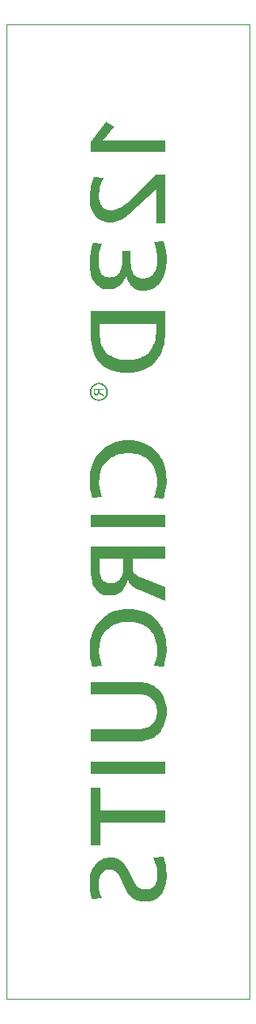
<source format=gbo>
G75*
G71*
%OFA0B0*%
%FSLAX23Y23*%
%IPPOS*%
%LPD*%
%ADD10C,0.1*%
%LPD*%D10*
X0Y0D02*
X0Y100D01*
X0Y200D01*
X0Y300D01*
X0Y400D01*
X0Y500D01*
X0Y600D01*
X0Y700D01*
X0Y800D01*
X0Y900D01*
X0Y1000D01*
X0Y1100D01*
X0Y1200D01*
X0Y1300D01*
X0Y1400D01*
X0Y1500D01*
X0Y1600D01*
X0Y1700D01*
X0Y1800D01*
X0Y1900D01*
X0Y2000D01*
X0Y2100D01*
X0Y2200D01*
X0Y2300D01*
X0Y2400D01*
X0Y2500D01*
X0Y2600D01*
X0Y2700D01*
X0Y2800D01*
X0Y2900D01*
X0Y3000D01*
X0Y3100D01*
X0Y3200D01*
X0Y3300D01*
X0Y3400D01*
X0Y3500D01*
X0Y3600D01*
X0Y3700D01*
X0Y3800D01*
X0Y3900D01*
X0Y4000D01*
X0Y4100D01*
X0Y4200D01*
X0Y4300D01*
X0Y4400D01*
X0Y4500D01*
X0Y4600D01*
X0Y4700D01*
X0Y4800D01*
X0Y4900D01*
X0Y5000D01*
X0Y5100D01*
X0Y5200D01*
X0Y5300D01*
X0Y5400D01*
X0Y5500D01*
X0Y5600D01*
X0Y5700D01*
X0Y5800D01*
X0Y5900D01*
X0Y6000D01*
X0Y6100D01*
X0Y6200D01*
X0Y6300D01*
X0Y6400D01*
X0Y6500D01*
X0Y6600D01*
X0Y6700D01*
X0Y6800D01*
X0Y6900D01*
X0Y7000D01*
X0Y7100D01*
X0Y7200D01*
X0Y7300D01*
X0Y7400D01*
X0Y7500D01*
X0Y7600D01*
X0Y7700D01*
X0Y7800D01*
X0Y7900D01*
X0Y8000D01*
X0Y8100D01*
X0Y8200D01*
X0Y8300D01*
X0Y8400D01*
X0Y8500D01*
X0Y8600D01*
X0Y8700D01*
X0Y8800D01*
X0Y8900D01*
X0Y9000D01*
X0Y9100D01*
X0Y9200D01*
X0Y9300D01*
X0Y9400D01*
X0Y9500D01*
X0Y9600D01*
X0Y9700D01*
X0Y9800D01*
X0Y9900D01*
X0Y10000D01*
X0Y10100D01*
X0Y10200D01*
X0Y10300D01*
X0Y10400D01*
X0Y10500D01*
X0Y10600D01*
X0Y10700D01*
X0Y10800D01*
X0Y10900D01*
X0Y11000D01*
X0Y11100D01*
X0Y11200D01*
X0Y11300D01*
X0Y11400D01*
X0Y11500D01*
X0Y11600D01*
X0Y11700D01*
X0Y11800D01*
X0Y11900D01*
X0Y12000D01*
X0Y12100D01*
X0Y12200D01*
X0Y12300D01*
X0Y12400D01*
X0Y12500D01*
X0Y12600D01*
X0Y12700D01*
X0Y12800D01*
X0Y12900D01*
X0Y13000D01*
X0Y13100D01*
X0Y13200D01*
X0Y13300D01*
X0Y13400D01*
X0Y13500D01*
X0Y13600D01*
X0Y13700D01*
X0Y13800D01*
X0Y13900D01*
X0Y14000D01*
X0Y14100D01*
X0Y14200D01*
X0Y14300D01*
X0Y14400D01*
X0Y14500D01*
X0Y14600D01*
X0Y14700D01*
X0Y14800D01*
X0Y14900D01*
X0Y15000D01*
X0Y15100D01*
X0Y15200D01*
X0Y15300D01*
X0Y15400D01*
X0Y15500D01*
X0Y15600D01*
X0Y15700D01*
X0Y15800D01*
X0Y15900D01*
X0Y16000D01*
X0Y16100D01*
X0Y16200D01*
X0Y16300D01*
X0Y16400D01*
X0Y16500D01*
X0Y16600D01*
X0Y16700D01*
X0Y16800D01*
X0Y16900D01*
X0Y17000D01*
X0Y17100D01*
X0Y17200D01*
X0Y17300D01*
X0Y17400D01*
X0Y17500D01*
X0Y17600D01*
X0Y17700D01*
X0Y17800D01*
X0Y17900D01*
X0Y18000D01*
X0Y18100D01*
X0Y18200D01*
X0Y18300D01*
X0Y18400D01*
X0Y18500D01*
X0Y18600D01*
X0Y18700D01*
X0Y18800D01*
X0Y18900D01*
X0Y19000D01*
X0Y19100D01*
X0Y19200D01*
X0Y19300D01*
X0Y19400D01*
X0Y19500D01*
X0Y19600D01*
X0Y19700D01*
X0Y19800D01*
X0Y19900D01*
X0Y20000D01*
X0Y20100D01*
X0Y20200D01*
X0Y20300D01*
X0Y20400D01*
X0Y20500D01*
X0Y20600D01*
X0Y20700D01*
X0Y20800D01*
X0Y20900D01*
X0Y21000D01*
X0Y21100D01*
X0Y21200D01*
X0Y21300D01*
X0Y21400D01*
X0Y21500D01*
X0Y21600D01*
X0Y21700D01*
X0Y21800D01*
X0Y21900D01*
X0Y22000D01*
X0Y22100D01*
X0Y22200D01*
X0Y22300D01*
X0Y22400D01*
X0Y22500D01*
X0Y22600D01*
X0Y22700D01*
X0Y22800D01*
X0Y22900D01*
X0Y23000D01*
X0Y23100D01*
X0Y23200D01*
X0Y23300D01*
X0Y23400D01*
X0Y23500D01*
X0Y23600D01*
X0Y23700D01*
X0Y23800D01*
X0Y23900D01*
X0Y24000D01*
X0Y24100D01*
X0Y24200D01*
X0Y24300D01*
X0Y24400D01*
X0Y24500D01*
X0Y24600D01*
X0Y24700D01*
X0Y24800D01*
X0Y24900D01*
X0Y25000D01*
X0Y25100D01*
X0Y25200D01*
X0Y25300D01*
X0Y25400D01*
X0Y25500D01*
X0Y25600D01*
X0Y25700D01*
X0Y25800D01*
X0Y25900D01*
X0Y26000D01*
X0Y26100D01*
X0Y26200D01*
X0Y26300D01*
X0Y26400D01*
X0Y26500D01*
X0Y26600D01*
X0Y26700D01*
X0Y26800D01*
X0Y26900D01*
X0Y27000D01*
X0Y27100D01*
X0Y27200D01*
X0Y27300D01*
X0Y27400D01*
X0Y27500D01*
X0Y27600D01*
X0Y27700D01*
X0Y27800D01*
X0Y27900D01*
X0Y28000D01*
X0Y28100D01*
X0Y28200D01*
X0Y28300D01*
X0Y28400D01*
X0Y28500D01*
X0Y28600D01*
X0Y28700D01*
X0Y28800D01*
X0Y28900D01*
X0Y29000D01*
X0Y29100D01*
X0Y29200D01*
X0Y29300D01*
X0Y29400D01*
X0Y29500D01*
X0Y29600D01*
X0Y29700D01*
X0Y29800D01*
X0Y29900D01*
X0Y30000D01*
X0Y30100D01*
X0Y30200D01*
X0Y30300D01*
X0Y30400D01*
X0Y30500D01*
X0Y30600D01*
X0Y30700D01*
X0Y30800D01*
X0Y30900D01*
X0Y31000D01*
X0Y31100D01*
X0Y31200D01*
X0Y31300D01*
X0Y31400D01*
X0Y31500D01*
X0Y31600D01*
X0Y31700D01*
X0Y31800D01*
X0Y31900D01*
X0Y32000D01*
X0Y32100D01*
X0Y32200D01*
X0Y32300D01*
X0Y32400D01*
X0Y32500D01*
X0Y32600D01*
X0Y32700D01*
X0Y32800D01*
X0Y32900D01*
X0Y33000D01*
X0Y33100D01*
X0Y33200D01*
X0Y33300D01*
X0Y33400D01*
X0Y33500D01*
X0Y33600D01*
X0Y33700D01*
X0Y33800D01*
X0Y33900D01*
X0Y34000D01*
X0Y34100D01*
X0Y34200D01*
X0Y34300D01*
X0Y34400D01*
X0Y34500D01*
X0Y34600D01*
X0Y34700D01*
X0Y34800D01*
X0Y34900D01*
X0Y35000D01*
X0Y35100D01*
X0Y35200D01*
X0Y35300D01*
X0Y35400D01*
X0Y35500D01*
X0Y35600D01*
X0Y35700D01*
X0Y35800D01*
X0Y35900D01*
X0Y36000D01*
X0Y36100D01*
X0Y36200D01*
X0Y36300D01*
X0Y36400D01*
X0Y36500D01*
X0Y36600D01*
X0Y36700D01*
X0Y36800D01*
X0Y36900D01*
X0Y37000D01*
X0Y37100D01*
X0Y37200D01*
X0Y37300D01*
X0Y37400D01*
X0Y37500D01*
X0Y37600D01*
X0Y37700D01*
X0Y37800D01*
X0Y37900D01*
X0Y38000D01*
X0Y38100D01*
X0Y38200D01*
X0Y38300D01*
X0Y38400D01*
X0Y38500D01*
X0Y38600D01*
X0Y38700D01*
X0Y38800D01*
X0Y38900D01*
X0Y39000D01*
X0Y39100D01*
X0Y39200D01*
X0Y39300D01*
X0Y39400D01*
X0Y39500D01*
X0Y39600D01*
X0Y39700D01*
X0Y39800D01*
X0Y39900D01*
X0Y40000D01*
X0Y40100D01*
X0Y40200D01*
X0Y40300D01*
X0Y40400D01*
X0Y40500D01*
X0Y40600D01*
X0Y40700D01*
X0Y40800D01*
X0Y40900D01*
X0Y41000D01*
X0Y41100D01*
X0Y41200D01*
X0Y41300D01*
X0Y41400D01*
X0Y41500D01*
X0Y41600D01*
X0Y41700D01*
X0Y41800D01*
X0Y41900D01*
X0Y42000D01*
X0Y42100D01*
X0Y42200D01*
X0Y42300D01*
X0Y42400D01*
X0Y42500D01*
X0Y42600D01*
X0Y42700D01*
X0Y42800D01*
X0Y42900D01*
X0Y43000D01*
X0Y43100D01*
X0Y43200D01*
X0Y43300D01*
X0Y43400D01*
X0Y43500D01*
X0Y43600D01*
X0Y43700D01*
X0Y43800D01*
X0Y43900D01*
X0Y44000D01*
X0Y44100D01*
X0Y44200D01*
X0Y44300D01*
X0Y44400D01*
X0Y44500D01*
X0Y44600D01*
X0Y44700D01*
X0Y44800D01*
X0Y44900D01*
X0Y45000D01*
X0Y45100D01*
X0Y45200D01*
X0Y45300D01*
X0Y45400D01*
X0Y45500D01*
X0Y45600D01*
X0Y45700D01*
X0Y45800D01*
X0Y45900D01*
X0Y46000D01*
X0Y46100D01*
X0Y46200D01*
X0Y46300D01*
X0Y46400D01*
X0Y46500D01*
X0Y46600D01*
X0Y46700D01*
X0Y46800D01*
X0Y46900D01*
X0Y47000D01*
X0Y47100D01*
X0Y47200D01*
X0Y47300D01*
X0Y47400D01*
X0Y47500D01*
X0Y47600D01*
X0Y47700D01*
X0Y47800D01*
X0Y47900D01*
X0Y48000D01*
X0Y48100D01*
X0Y48200D01*
X0Y48300D01*
X0Y48400D01*
X0Y48500D01*
X0Y48600D01*
X0Y48700D01*
X0Y48800D01*
X0Y48900D01*
X0Y49000D01*
X0Y49100D01*
X0Y49200D01*
X0Y49300D01*
X0Y49400D01*
X0Y49500D01*
X0Y49600D01*
X0Y49700D01*
X0Y49800D01*
X0Y49900D01*
X0Y50000D01*
X0Y50100D01*
X0Y50200D01*
X0Y50300D01*
X0Y50400D01*
X0Y50500D01*
X0Y50600D01*
X0Y50700D01*
X0Y50800D01*
X0Y50900D01*
X0Y51000D01*
X0Y51100D01*
X0Y51200D01*
X0Y51300D01*
X0Y51400D01*
X0Y51500D01*
X0Y51600D01*
X0Y51700D01*
X0Y51800D01*
X0Y51900D01*
X0Y52000D01*
X0Y52100D01*
X0Y52200D01*
X0Y52300D01*
X0Y52400D01*
X0Y52500D01*
X0Y52600D01*
X0Y52700D01*
X0Y52800D01*
X0Y52900D01*
X0Y53000D01*
X0Y53100D01*
X0Y53200D01*
X0Y53300D01*
X0Y53400D01*
X0Y53500D01*
X0Y53600D01*
X0Y53700D01*
X0Y53800D01*
X0Y53900D01*
X0Y54000D01*
X0Y54100D01*
X0Y54200D01*
X0Y54300D01*
X0Y54400D01*
X0Y54500D01*
X0Y54600D01*
X0Y54700D01*
X0Y54800D01*
X0Y54900D01*
X0Y55000D01*
X0Y55100D01*
X0Y55200D01*
X0Y55300D01*
X0Y55400D01*
X0Y55500D01*
X0Y55600D01*
X0Y55700D01*
X0Y55800D01*
X0Y55900D01*
X0Y56000D01*
X0Y56100D01*
X0Y56200D01*
X0Y56300D01*
X0Y56400D01*
X0Y56500D01*
X0Y56600D01*
X0Y56700D01*
X0Y56800D01*
X0Y56900D01*
X0Y57000D01*
X0Y57100D01*
X0Y57200D01*
X0Y57300D01*
X0Y57400D01*
X0Y57500D01*
X0Y57600D01*
X0Y57700D01*
X0Y57800D01*
X0Y57900D01*
X0Y58000D01*
X0Y58100D01*
X0Y58200D01*
X0Y58300D01*
X0Y58400D01*
X0Y58500D01*
X0Y58600D01*
X0Y58700D01*
X0Y58800D01*
X0Y58900D01*
X0Y59000D01*
X0Y59100D01*
X0Y59200D01*
X0Y59300D01*
X0Y59400D01*
X0Y59500D01*
X0Y59600D01*
X0Y59700D01*
X0Y59800D01*
X0Y59900D01*
X0Y60000D01*
X0Y60100D01*
X0Y60200D01*
X0Y60300D01*
X0Y60400D01*
X0Y60500D01*
X0Y60600D01*
X0Y60700D01*
X0Y60800D01*
X0Y60900D01*
X0Y61000D01*
X0Y61100D01*
X0Y61200D01*
X0Y61300D01*
X0Y61400D01*
X0Y61500D01*
X0Y61600D01*
X0Y61700D01*
X0Y61800D01*
X0Y61900D01*
X0Y62000D01*
X0Y62100D01*
X0Y62200D01*
X0Y62300D01*
X0Y62400D01*
X0Y62500D01*
X0Y62600D01*
X0Y62700D01*
X0Y62800D01*
X0Y62900D01*
X0Y63000D01*
X0Y63100D01*
X0Y63200D01*
X0Y63300D01*
X0Y63400D01*
X0Y63500D01*
X0Y63600D01*
X0Y63700D01*
X0Y63800D01*
X0Y63900D01*
X0Y64000D01*
X0Y64100D01*
X0Y64200D01*
X0Y64300D01*
X0Y64400D01*
X0Y64500D01*
X0Y64600D01*
X0Y64700D01*
X0Y64800D01*
X0Y64900D01*
X0Y65000D01*
X0Y65100D01*
X0Y65200D01*
X0Y65300D01*
X0Y65400D01*
X0Y65500D01*
X0Y65600D01*
X0Y65700D01*
X0Y65800D01*
X0Y65900D01*
X0Y66000D01*
X0Y66100D01*
X0Y66200D01*
X0Y66300D01*
X0Y66400D01*
X0Y66500D01*
X0Y66600D01*
X0Y66700D01*
X0Y66800D01*
X0Y66900D01*
X0Y67000D01*
X0Y67100D01*
X0Y67200D01*
X0Y67300D01*
X0Y67400D01*
X0Y67500D01*
X0Y67600D01*
X0Y67700D01*
X0Y67800D01*
X0Y67900D01*
X0Y68000D01*
X0Y68100D01*
X0Y68200D01*
X0Y68300D01*
X0Y68400D01*
X0Y68500D01*
X0Y68600D01*
X0Y68700D01*
X0Y68800D01*
X0Y68900D01*
X0Y69000D01*
X0Y69100D01*
X0Y69200D01*
X0Y69300D01*
X0Y69400D01*
X0Y69500D01*
X0Y69600D01*
X0Y69700D01*
X0Y69800D01*
X0Y69900D01*
X0Y70000D01*
X0Y70100D01*
X0Y70200D01*
X0Y70300D01*
X0Y70400D01*
X0Y70500D01*
X0Y70600D01*
X0Y70700D01*
X0Y70800D01*
X0Y70900D01*
X0Y71000D01*
X0Y71100D01*
X0Y71200D01*
X0Y71300D01*
X0Y71400D01*
X0Y71500D01*
X0Y71600D01*
X0Y71700D01*
X0Y71800D01*
X0Y71900D01*
X0Y72000D01*
X0Y72100D01*
X0Y72200D01*
X0Y72300D01*
X0Y72400D01*
X0Y72500D01*
X0Y72600D01*
X0Y72700D01*
X0Y72800D01*
X0Y72900D01*
X0Y73000D01*
X0Y73100D01*
X0Y73200D01*
X0Y73300D01*
X0Y73400D01*
X0Y73500D01*
X0Y73600D01*
X0Y73700D01*
X0Y73800D01*
X0Y73900D01*
X0Y74000D01*
X0Y74100D01*
X0Y74200D01*
X0Y74300D01*
X0Y74400D01*
X0Y74500D01*
X0Y74600D01*
X0Y74700D01*
X0Y74800D01*
X0Y74900D01*
X0Y75000D01*
X0Y75100D01*
X0Y75200D01*
X0Y75300D01*
X0Y75400D01*
X0Y75500D01*
X0Y75600D01*
X0Y75700D01*
X0Y75800D01*
X0Y75900D01*
X0Y76000D01*
X0Y76100D01*
X0Y76200D01*
X0Y76300D01*
X0Y76400D01*
X0Y76500D01*
X0Y76600D01*
X0Y76700D01*
X0Y76800D01*
X0Y76900D01*
X0Y77000D01*
X0Y77100D01*
X0Y77200D01*
X0Y77300D01*
X0Y77400D01*
X0Y77500D01*
X0Y77600D01*
X0Y77700D01*
X0Y77800D01*
X0Y77900D01*
X0Y78000D01*
X0Y78100D01*
X0Y78200D01*
X0Y78300D01*
X0Y78400D01*
X0Y78500D01*
X0Y78600D01*
X0Y78700D01*
X0Y78800D01*
X0Y78900D01*
X0Y79000D01*
X0Y79100D01*
X0Y79200D01*
X0Y79300D01*
X0Y79400D01*
X0Y79500D01*
X0Y79600D01*
X0Y79700D01*
X0Y79800D01*
X0Y79900D01*
X0Y80000D01*
X0Y80100D01*
X0Y80200D01*
X0Y80300D01*
X0Y80400D01*
X0Y80500D01*
X0Y80600D01*
X0Y80700D01*
X0Y80800D01*
X0Y80900D01*
X0Y81000D01*
X0Y81100D01*
X0Y81200D01*
X0Y81300D01*
X0Y81400D01*
X0Y81500D01*
X0Y81600D01*
X0Y81700D01*
X0Y81800D01*
X0Y81900D01*
X0Y82000D01*
X0Y82100D01*
X0Y82200D01*
X0Y82300D01*
X0Y82400D01*
X0Y82500D01*
X0Y82600D01*
X0Y82700D01*
X0Y82800D01*
X0Y82900D01*
X0Y83000D01*
X0Y83100D01*
X0Y83200D01*
X0Y83300D01*
X0Y83400D01*
X0Y83500D01*
X0Y83600D01*
X0Y83700D01*
X0Y83800D01*
X0Y83900D01*
X0Y84000D01*
X0Y84100D01*
X0Y84200D01*
X0Y84300D01*
X0Y84400D01*
X0Y84500D01*
X0Y84600D01*
X0Y84700D01*
X0Y84800D01*
X0Y84900D01*
X0Y85000D01*
X0Y85100D01*
X0Y85200D01*
X0Y85300D01*
X0Y85400D01*
X0Y85500D01*
X0Y85600D01*
X0Y85700D01*
X0Y85800D01*
X0Y85900D01*
X0Y86000D01*
X0Y86100D01*
X0Y86200D01*
X0Y86300D01*
X0Y86400D01*
X0Y86500D01*
X0Y86600D01*
X0Y86700D01*
X0Y86800D01*
X0Y86900D01*
X0Y87000D01*
X0Y87100D01*
X0Y87200D01*
X0Y87300D01*
X0Y87400D01*
X0Y87500D01*
X0Y87600D01*
X0Y87700D01*
X0Y87800D01*
X0Y87900D01*
X0Y88000D01*
X0Y88100D01*
X0Y88200D01*
X0Y88300D01*
X0Y88400D01*
X0Y88500D01*
X0Y88600D01*
X0Y88700D01*
X0Y88800D01*
X0Y88900D01*
X0Y89000D01*
X0Y89100D01*
X0Y89200D01*
X0Y89300D01*
X0Y89400D01*
X0Y89500D01*
X0Y89600D01*
X0Y89700D01*
X0Y89800D01*
X0Y89900D01*
X0Y90000D01*
X0Y90100D01*
X0Y90200D01*
X0Y90300D01*
X0Y90400D01*
X0Y90500D01*
X0Y90600D01*
X0Y90700D01*
X0Y90800D01*
X0Y90900D01*
X0Y91000D01*
X0Y91100D01*
X0Y91200D01*
X0Y91300D01*
X0Y91400D01*
X0Y91500D01*
X0Y91600D01*
X0Y91700D01*
X0Y91800D01*
X0Y91900D01*
X0Y92000D01*
X0Y92100D01*
X0Y92200D01*
X0Y92300D01*
X0Y92400D01*
X0Y92500D01*
X0Y92600D01*
X0Y92700D01*
X0Y92800D01*
X0Y92900D01*
X0Y93000D01*
X0Y93100D01*
X0Y93200D01*
X0Y93300D01*
X0Y93400D01*
X0Y93500D01*
X0Y93600D01*
X0Y93700D01*
X0Y93800D01*
X0Y93900D01*
X0Y94000D01*
X0Y94100D01*
X0Y94200D01*
X0Y94300D01*
X0Y94400D01*
X0Y94500D01*
X0Y94600D01*
X0Y94700D01*
X0Y94800D01*
X0Y94900D01*
X0Y95000D01*
X0Y95100D01*
X0Y95200D01*
X0Y95300D01*
X0Y95400D01*
X0Y95500D01*
X0Y95600D01*
X0Y95700D01*
X0Y95800D01*
X0Y95900D01*
X0Y96000D01*
X0Y96100D01*
X0Y96200D01*
X0Y96300D01*
X0Y96400D01*
X0Y96500D01*
X0Y96600D01*
X0Y96700D01*
X0Y96800D01*
X0Y96900D01*
X0Y97000D01*
X0Y97100D01*
X0Y97200D01*
X0Y97300D01*
X0Y97400D01*
X0Y97500D01*
X0Y97600D01*
X0Y97700D01*
X0Y97800D01*
X0Y97900D01*
X0Y98000D01*
X0Y98100D01*
X0Y98200D01*
X0Y98300D01*
X0Y98400D01*
X0Y98500D01*
X0Y98600D01*
X0Y98700D01*
X0Y98800D01*
X0Y98900D01*
X0Y99000D01*
X0Y99100D01*
X0Y99200D01*
X0Y99300D01*
X0Y99400D01*
X0Y99500D01*
X0Y99600D01*
X0Y99700D01*
X0Y99800D01*
X0Y99900D01*
X0Y100000D01*
X0Y100100D01*
X0Y100200D01*
X0Y100300D01*
X0Y100400D01*
X0Y100500D01*
X0Y100600D01*
X0Y100700D01*
X0Y100800D01*
X0Y100900D01*
X0Y101000D01*
X0Y101100D01*
X0Y101200D01*
X0Y101300D01*
X0Y101400D01*
X0Y101500D01*
X0Y101600D01*
X100Y101600D01*
X200Y101600D01*
X300Y101600D01*
X400Y101600D01*
X500Y101600D01*
X600Y101600D01*
X700Y101600D01*
X800Y101600D01*
X900Y101600D01*
X1000Y101600D01*
X1100Y101600D01*
X1200Y101600D01*
X1300Y101600D01*
X1400Y101600D01*
X1500Y101600D01*
X1600Y101600D01*
X1700Y101600D01*
X1800Y101600D01*
X1900Y101600D01*
X2000Y101600D01*
X2100Y101600D01*
X2200Y101600D01*
X2300Y101600D01*
X2400Y101600D01*
X2500Y101600D01*
X2600Y101600D01*
X2700Y101600D01*
X2800Y101600D01*
X2900Y101600D01*
X3000Y101600D01*
X3100Y101600D01*
X3200Y101600D01*
X3300Y101600D01*
X3400Y101600D01*
X3500Y101600D01*
X3600Y101600D01*
X3700Y101600D01*
X3800Y101600D01*
X3900Y101600D01*
X4000Y101600D01*
X4100Y101600D01*
X4200Y101600D01*
X4300Y101600D01*
X4400Y101600D01*
X4500Y101600D01*
X4600Y101600D01*
X4700Y101600D01*
X4800Y101600D01*
X4900Y101600D01*
X5000Y101600D01*
X5100Y101600D01*
X5200Y101600D01*
X5300Y101600D01*
X5400Y101600D01*
X5500Y101600D01*
X5600Y101600D01*
X5700Y101600D01*
X5800Y101600D01*
X5900Y101600D01*
X6000Y101600D01*
X6100Y101600D01*
X6200Y101600D01*
X6300Y101600D01*
X6400Y101600D01*
X6500Y101600D01*
X6600Y101600D01*
X6700Y101600D01*
X6800Y101600D01*
X6900Y101600D01*
X7000Y101600D01*
X7100Y101600D01*
X7200Y101600D01*
X7300Y101600D01*
X7400Y101600D01*
X7500Y101600D01*
X7600Y101600D01*
X7700Y101600D01*
X7800Y101600D01*
X7900Y101600D01*
X8000Y101600D01*
X8100Y101600D01*
X8200Y101600D01*
X8300Y101600D01*
X8400Y101600D01*
X8500Y101600D01*
X8600Y101600D01*
X8700Y101600D01*
X8800Y101600D01*
X8900Y101600D01*
X9000Y101600D01*
X9100Y101600D01*
X9200Y101600D01*
X9300Y101600D01*
X9400Y101600D01*
X9500Y101600D01*
X9600Y101600D01*
X9700Y101600D01*
X9800Y101600D01*
X9900Y101600D01*
X10000Y101600D01*
X10100Y101600D01*
X10200Y101600D01*
X10300Y101600D01*
X10400Y101600D01*
X10500Y101600D01*
X10600Y101600D01*
X10700Y101600D01*
X10800Y101600D01*
X10900Y101600D01*
X11000Y101600D01*
X11100Y101600D01*
X11200Y101600D01*
X11300Y101600D01*
X11400Y101600D01*
X11500Y101600D01*
X11600Y101600D01*
X11700Y101600D01*
X11800Y101600D01*
X11900Y101600D01*
X12000Y101600D01*
X12100Y101600D01*
X12200Y101600D01*
X12300Y101600D01*
X12400Y101600D01*
X12500Y101600D01*
X12600Y101600D01*
X12700Y101600D01*
X12800Y101600D01*
X12900Y101600D01*
X13000Y101600D01*
X13100Y101600D01*
X13200Y101600D01*
X13300Y101600D01*
X13400Y101600D01*
X13500Y101600D01*
X13600Y101600D01*
X13700Y101600D01*
X13800Y101600D01*
X13900Y101600D01*
X14000Y101600D01*
X14100Y101600D01*
X14200Y101600D01*
X14300Y101600D01*
X14400Y101600D01*
X14500Y101600D01*
X14600Y101600D01*
X14700Y101600D01*
X14800Y101600D01*
X14900Y101600D01*
X15000Y101600D01*
X15100Y101600D01*
X15200Y101600D01*
X15300Y101600D01*
X15400Y101600D01*
X15500Y101600D01*
X15600Y101600D01*
X15700Y101600D01*
X15800Y101600D01*
X15900Y101600D01*
X16000Y101600D01*
X16100Y101600D01*
X16200Y101600D01*
X16300Y101600D01*
X16400Y101600D01*
X16500Y101600D01*
X16600Y101600D01*
X16700Y101600D01*
X16800Y101600D01*
X16900Y101600D01*
X17000Y101600D01*
X17100Y101600D01*
X17200Y101600D01*
X17300Y101600D01*
X17400Y101600D01*
X17500Y101600D01*
X17600Y101600D01*
X17700Y101600D01*
X17800Y101600D01*
X17900Y101600D01*
X18000Y101600D01*
X18100Y101600D01*
X18200Y101600D01*
X18300Y101600D01*
X18400Y101600D01*
X18500Y101600D01*
X18600Y101600D01*
X18700Y101600D01*
X18800Y101600D01*
X18900Y101600D01*
X19000Y101600D01*
X19100Y101600D01*
X19200Y101600D01*
X19300Y101600D01*
X19400Y101600D01*
X19500Y101600D01*
X19600Y101600D01*
X19700Y101600D01*
X19800Y101600D01*
X19900Y101600D01*
X20000Y101600D01*
X20100Y101600D01*
X20200Y101600D01*
X20300Y101600D01*
X20400Y101600D01*
X20500Y101600D01*
X20600Y101600D01*
X20700Y101600D01*
X20800Y101600D01*
X20900Y101600D01*
X21000Y101600D01*
X21100Y101600D01*
X21200Y101600D01*
X21300Y101600D01*
X21400Y101600D01*
X21500Y101600D01*
X21600Y101600D01*
X21700Y101600D01*
X21800Y101600D01*
X21900Y101600D01*
X22000Y101600D01*
X22100Y101600D01*
X22200Y101600D01*
X22300Y101600D01*
X22400Y101600D01*
X22500Y101600D01*
X22600Y101600D01*
X22700Y101600D01*
X22800Y101600D01*
X22900Y101600D01*
X23000Y101600D01*
X23100Y101600D01*
X23200Y101600D01*
X23300Y101600D01*
X23400Y101600D01*
X23500Y101600D01*
X23600Y101600D01*
X23700Y101600D01*
X23800Y101600D01*
X23900Y101600D01*
X24000Y101600D01*
X24100Y101600D01*
X24200Y101600D01*
X24300Y101600D01*
X24400Y101600D01*
X24500Y101600D01*
X24600Y101600D01*
X24700Y101600D01*
X24800Y101600D01*
X24900Y101600D01*
X25000Y101600D01*
X25100Y101600D01*
X25200Y101600D01*
X25300Y101600D01*
X25400Y101600D01*
X25400Y101500D01*
X25400Y101400D01*
X25400Y101300D01*
X25400Y101200D01*
X25400Y101100D01*
X25400Y101000D01*
X25400Y100900D01*
X25400Y100800D01*
X25400Y100700D01*
X25400Y100600D01*
X25400Y100500D01*
X25400Y100400D01*
X25400Y100300D01*
X25400Y100200D01*
X25400Y100100D01*
X25400Y100000D01*
X25400Y99900D01*
X25400Y99800D01*
X25400Y99700D01*
X25400Y99600D01*
X25400Y99500D01*
X25400Y99400D01*
X25400Y99300D01*
X25400Y99200D01*
X25400Y99100D01*
X25400Y99000D01*
X25400Y98900D01*
X25400Y98800D01*
X25400Y98700D01*
X25400Y98600D01*
X25400Y98500D01*
X25400Y98400D01*
X25400Y98300D01*
X25400Y98200D01*
X25400Y98100D01*
X25400Y98000D01*
X25400Y97900D01*
X25400Y97800D01*
X25400Y97700D01*
X25400Y97600D01*
X25400Y97500D01*
X25400Y97400D01*
X25400Y97300D01*
X25400Y97200D01*
X25400Y97100D01*
X25400Y97000D01*
X25400Y96900D01*
X25400Y96800D01*
X25400Y96700D01*
X25400Y96600D01*
X25400Y96500D01*
X25400Y96400D01*
X25400Y96300D01*
X25400Y96200D01*
X25400Y96100D01*
X25400Y96000D01*
X25400Y95900D01*
X25400Y95800D01*
X25400Y95700D01*
X25400Y95600D01*
X25400Y95500D01*
X25400Y95400D01*
X25400Y95300D01*
X25400Y95200D01*
X25400Y95100D01*
X25400Y95000D01*
X25400Y94900D01*
X25400Y94800D01*
X25400Y94700D01*
X25400Y94600D01*
X25400Y94500D01*
X25400Y94400D01*
X25400Y94300D01*
X25400Y94200D01*
X25400Y94100D01*
X25400Y94000D01*
X25400Y93900D01*
X25400Y93800D01*
X25400Y93700D01*
X25400Y93600D01*
X25400Y93500D01*
X25400Y93400D01*
X25400Y93300D01*
X25400Y93200D01*
X25400Y93100D01*
X25400Y93000D01*
X25400Y92900D01*
X25400Y92800D01*
X25400Y92700D01*
X25400Y92600D01*
X25400Y92500D01*
X25400Y92400D01*
X25400Y92300D01*
X25400Y92200D01*
X25400Y92100D01*
X25400Y92000D01*
X25400Y91900D01*
X25400Y91800D01*
X25400Y91700D01*
X25400Y91600D01*
X25400Y91500D01*
X25400Y91400D01*
X25400Y91300D01*
X25400Y91200D01*
X25400Y91100D01*
X25400Y91000D01*
X25400Y90900D01*
X25400Y90800D01*
X25400Y90700D01*
X25400Y90600D01*
X25400Y90500D01*
X25400Y90400D01*
X25400Y90300D01*
X25400Y90200D01*
X25400Y90100D01*
X25400Y90000D01*
X25400Y89900D01*
X25400Y89800D01*
X25400Y89700D01*
X25400Y89600D01*
X25400Y89500D01*
X25400Y89400D01*
X25400Y89300D01*
X25400Y89200D01*
X25400Y89100D01*
X25400Y89000D01*
X25400Y88900D01*
X25400Y88800D01*
X25400Y88700D01*
X25400Y88600D01*
X25400Y88500D01*
X25400Y88400D01*
X25400Y88300D01*
X25400Y88200D01*
X25400Y88100D01*
X25400Y88000D01*
X25400Y87900D01*
X25400Y87800D01*
X25400Y87700D01*
X25400Y87600D01*
X25400Y87500D01*
X25400Y87400D01*
X25400Y87300D01*
X25400Y87200D01*
X25400Y87100D01*
X25400Y87000D01*
X25400Y86900D01*
X25400Y86800D01*
X25400Y86700D01*
X25400Y86600D01*
X25400Y86500D01*
X25400Y86400D01*
X25400Y86300D01*
X25400Y86200D01*
X25400Y86100D01*
X25400Y86000D01*
X25400Y85900D01*
X25400Y85800D01*
X25400Y85700D01*
X25400Y85600D01*
X25400Y85500D01*
X25400Y85400D01*
X25400Y85300D01*
X25400Y85200D01*
X25400Y85100D01*
X25400Y85000D01*
X25400Y84900D01*
X25400Y84800D01*
X25400Y84700D01*
X25400Y84600D01*
X25400Y84500D01*
X25400Y84400D01*
X25400Y84300D01*
X25400Y84200D01*
X25400Y84100D01*
X25400Y84000D01*
X25400Y83900D01*
X25400Y83800D01*
X25400Y83700D01*
X25400Y83600D01*
X25400Y83500D01*
X25400Y83400D01*
X25400Y83300D01*
X25400Y83200D01*
X25400Y83100D01*
X25400Y83000D01*
X25400Y82900D01*
X25400Y82800D01*
X25400Y82700D01*
X25400Y82600D01*
X25400Y82500D01*
X25400Y82400D01*
X25400Y82300D01*
X25400Y82200D01*
X25400Y82100D01*
X25400Y82000D01*
X25400Y81900D01*
X25400Y81800D01*
X25400Y81700D01*
X25400Y81600D01*
X25400Y81500D01*
X25400Y81400D01*
X25400Y81300D01*
X25400Y81200D01*
X25400Y81100D01*
X25400Y81000D01*
X25400Y80900D01*
X25400Y80800D01*
X25400Y80700D01*
X25400Y80600D01*
X25400Y80500D01*
X25400Y80400D01*
X25400Y80300D01*
X25400Y80200D01*
X25400Y80100D01*
X25400Y80000D01*
X25400Y79900D01*
X25400Y79800D01*
X25400Y79700D01*
X25400Y79600D01*
X25400Y79500D01*
X25400Y79400D01*
X25400Y79300D01*
X25400Y79200D01*
X25400Y79100D01*
X25400Y79000D01*
X25400Y78900D01*
X25400Y78800D01*
X25400Y78700D01*
X25400Y78600D01*
X25400Y78500D01*
X25400Y78400D01*
X25400Y78300D01*
X25400Y78200D01*
X25400Y78100D01*
X25400Y78000D01*
X25400Y77900D01*
X25400Y77800D01*
X25400Y77700D01*
X25400Y77600D01*
X25400Y77500D01*
X25400Y77400D01*
X25400Y77300D01*
X25400Y77200D01*
X25400Y77100D01*
X25400Y77000D01*
X25400Y76900D01*
X25400Y76800D01*
X25400Y76700D01*
X25400Y76600D01*
X25400Y76500D01*
X25400Y76400D01*
X25400Y76300D01*
X25400Y76200D01*
X25400Y76100D01*
X25400Y76000D01*
X25400Y75900D01*
X25400Y75800D01*
X25400Y75700D01*
X25400Y75600D01*
X25400Y75500D01*
X25400Y75400D01*
X25400Y75300D01*
X25400Y75200D01*
X25400Y75100D01*
X25400Y75000D01*
X25400Y74900D01*
X25400Y74800D01*
X25400Y74700D01*
X25400Y74600D01*
X25400Y74500D01*
X25400Y74400D01*
X25400Y74300D01*
X25400Y74200D01*
X25400Y74100D01*
X25400Y74000D01*
X25400Y73900D01*
X25400Y73800D01*
X25400Y73700D01*
X25400Y73600D01*
X25400Y73500D01*
X25400Y73400D01*
X25400Y73300D01*
X25400Y73200D01*
X25400Y73100D01*
X25400Y73000D01*
X25400Y72900D01*
X25400Y72800D01*
X25400Y72700D01*
X25400Y72600D01*
X25400Y72500D01*
X25400Y72400D01*
X25400Y72300D01*
X25400Y72200D01*
X25400Y72100D01*
X25400Y72000D01*
X25400Y71900D01*
X25400Y71800D01*
X25400Y71700D01*
X25400Y71600D01*
X25400Y71500D01*
X25400Y71400D01*
X25400Y71300D01*
X25400Y71200D01*
X25400Y71100D01*
X25400Y71000D01*
X25400Y70900D01*
X25400Y70800D01*
X25400Y70700D01*
X25400Y70600D01*
X25400Y70500D01*
X25400Y70400D01*
X25400Y70300D01*
X25400Y70200D01*
X25400Y70100D01*
X25400Y70000D01*
X25400Y69900D01*
X25400Y69800D01*
X25400Y69700D01*
X25400Y69600D01*
X25400Y69500D01*
X25400Y69400D01*
X25400Y69300D01*
X25400Y69200D01*
X25400Y69100D01*
X25400Y69000D01*
X25400Y68900D01*
X25400Y68800D01*
X25400Y68700D01*
X25400Y68600D01*
X25400Y68500D01*
X25400Y68400D01*
X25400Y68300D01*
X25400Y68200D01*
X25400Y68100D01*
X25400Y68000D01*
X25400Y67900D01*
X25400Y67800D01*
X25400Y67700D01*
X25400Y67600D01*
X25400Y67500D01*
X25400Y67400D01*
X25400Y67300D01*
X25400Y67200D01*
X25400Y67100D01*
X25400Y67000D01*
X25400Y66900D01*
X25400Y66800D01*
X25400Y66700D01*
X25400Y66600D01*
X25400Y66500D01*
X25400Y66400D01*
X25400Y66300D01*
X25400Y66200D01*
X25400Y66100D01*
X25400Y66000D01*
X25400Y65900D01*
X25400Y65800D01*
X25400Y65700D01*
X25400Y65600D01*
X25400Y65500D01*
X25400Y65400D01*
X25400Y65300D01*
X25400Y65200D01*
X25400Y65100D01*
X25400Y65000D01*
X25400Y64900D01*
X25400Y64800D01*
X25400Y64700D01*
X25400Y64600D01*
X25400Y64500D01*
X25400Y64400D01*
X25400Y64300D01*
X25400Y64200D01*
X25400Y64100D01*
X25400Y64000D01*
X25400Y63900D01*
X25400Y63800D01*
X25400Y63700D01*
X25400Y63600D01*
X25400Y63500D01*
X25400Y63400D01*
X25400Y63300D01*
X25400Y63200D01*
X25400Y63100D01*
X25400Y63000D01*
X25400Y62900D01*
X25400Y62800D01*
X25400Y62700D01*
X25400Y62600D01*
X25400Y62500D01*
X25400Y62400D01*
X25400Y62300D01*
X25400Y62200D01*
X25400Y62100D01*
X25400Y62000D01*
X25400Y61900D01*
X25400Y61800D01*
X25400Y61700D01*
X25400Y61600D01*
X25400Y61500D01*
X25400Y61400D01*
X25400Y61300D01*
X25400Y61200D01*
X25400Y61100D01*
X25400Y61000D01*
X25400Y60900D01*
X25400Y60800D01*
X25400Y60700D01*
X25400Y60600D01*
X25400Y60500D01*
X25400Y60400D01*
X25400Y60300D01*
X25400Y60200D01*
X25400Y60100D01*
X25400Y60000D01*
X25400Y59900D01*
X25400Y59800D01*
X25400Y59700D01*
X25400Y59600D01*
X25400Y59500D01*
X25400Y59400D01*
X25400Y59300D01*
X25400Y59200D01*
X25400Y59100D01*
X25400Y59000D01*
X25400Y58900D01*
X25400Y58800D01*
X25400Y58700D01*
X25400Y58600D01*
X25400Y58500D01*
X25400Y58400D01*
X25400Y58300D01*
X25400Y58200D01*
X25400Y58100D01*
X25400Y58000D01*
X25400Y57900D01*
X25400Y57800D01*
X25400Y57700D01*
X25400Y57600D01*
X25400Y57500D01*
X25400Y57400D01*
X25400Y57300D01*
X25400Y57200D01*
X25400Y57100D01*
X25400Y57000D01*
X25400Y56900D01*
X25400Y56800D01*
X25400Y56700D01*
X25400Y56600D01*
X25400Y56500D01*
X25400Y56400D01*
X25400Y56300D01*
X25400Y56200D01*
X25400Y56100D01*
X25400Y56000D01*
X25400Y55900D01*
X25400Y55800D01*
X25400Y55700D01*
X25400Y55600D01*
X25400Y55500D01*
X25400Y55400D01*
X25400Y55300D01*
X25400Y55200D01*
X25400Y55100D01*
X25400Y55000D01*
X25400Y54900D01*
X25400Y54800D01*
X25400Y54700D01*
X25400Y54600D01*
X25400Y54500D01*
X25400Y54400D01*
X25400Y54300D01*
X25400Y54200D01*
X25400Y54100D01*
X25400Y54000D01*
X25400Y53900D01*
X25400Y53800D01*
X25400Y53700D01*
X25400Y53600D01*
X25400Y53500D01*
X25400Y53400D01*
X25400Y53300D01*
X25400Y53200D01*
X25400Y53100D01*
X25400Y53000D01*
X25400Y52900D01*
X25400Y52800D01*
X25400Y52700D01*
X25400Y52600D01*
X25400Y52500D01*
X25400Y52400D01*
X25400Y52300D01*
X25400Y52200D01*
X25400Y52100D01*
X25400Y52000D01*
X25400Y51900D01*
X25400Y51800D01*
X25400Y51700D01*
X25400Y51600D01*
X25400Y51500D01*
X25400Y51400D01*
X25400Y51300D01*
X25400Y51200D01*
X25400Y51100D01*
X25400Y51000D01*
X25400Y50900D01*
X25400Y50800D01*
X25400Y50700D01*
X25400Y50600D01*
X25400Y50500D01*
X25400Y50400D01*
X25400Y50300D01*
X25400Y50200D01*
X25400Y50100D01*
X25400Y50000D01*
X25400Y49900D01*
X25400Y49800D01*
X25400Y49700D01*
X25400Y49600D01*
X25400Y49500D01*
X25400Y49400D01*
X25400Y49300D01*
X25400Y49200D01*
X25400Y49100D01*
X25400Y49000D01*
X25400Y48900D01*
X25400Y48800D01*
X25400Y48700D01*
X25400Y48600D01*
X25400Y48500D01*
X25400Y48400D01*
X25400Y48300D01*
X25400Y48200D01*
X25400Y48100D01*
X25400Y48000D01*
X25400Y47900D01*
X25400Y47800D01*
X25400Y47700D01*
X25400Y47600D01*
X25400Y47500D01*
X25400Y47400D01*
X25400Y47300D01*
X25400Y47200D01*
X25400Y47100D01*
X25400Y47000D01*
X25400Y46900D01*
X25400Y46800D01*
X25400Y46700D01*
X25400Y46600D01*
X25400Y46500D01*
X25400Y46400D01*
X25400Y46300D01*
X25400Y46200D01*
X25400Y46100D01*
X25400Y46000D01*
X25400Y45900D01*
X25400Y45800D01*
X25400Y45700D01*
X25400Y45600D01*
X25400Y45500D01*
X25400Y45400D01*
X25400Y45300D01*
X25400Y45200D01*
X25400Y45100D01*
X25400Y45000D01*
X25400Y44900D01*
X25400Y44800D01*
X25400Y44700D01*
X25400Y44600D01*
X25400Y44500D01*
X25400Y44400D01*
X25400Y44300D01*
X25400Y44200D01*
X25400Y44100D01*
X25400Y44000D01*
X25400Y43900D01*
X25400Y43800D01*
X25400Y43700D01*
X25400Y43600D01*
X25400Y43500D01*
X25400Y43400D01*
X25400Y43300D01*
X25400Y43200D01*
X25400Y43100D01*
X25400Y43000D01*
X25400Y42900D01*
X25400Y42800D01*
X25400Y42700D01*
X25400Y42600D01*
X25400Y42500D01*
X25400Y42400D01*
X25400Y42300D01*
X25400Y42200D01*
X25400Y42100D01*
X25400Y42000D01*
X25400Y41900D01*
X25400Y41800D01*
X25400Y41700D01*
X25400Y41600D01*
X25400Y41500D01*
X25400Y41400D01*
X25400Y41300D01*
X25400Y41200D01*
X25400Y41100D01*
X25400Y41000D01*
X25400Y40900D01*
X25400Y40800D01*
X25400Y40700D01*
X25400Y40600D01*
X25400Y40500D01*
X25400Y40400D01*
X25400Y40300D01*
X25400Y40200D01*
X25400Y40100D01*
X25400Y40000D01*
X25400Y39900D01*
X25400Y39800D01*
X25400Y39700D01*
X25400Y39600D01*
X25400Y39500D01*
X25400Y39400D01*
X25400Y39300D01*
X25400Y39200D01*
X25400Y39100D01*
X25400Y39000D01*
X25400Y38900D01*
X25400Y38800D01*
X25400Y38700D01*
X25400Y38600D01*
X25400Y38500D01*
X25400Y38400D01*
X25400Y38300D01*
X25400Y38200D01*
X25400Y38100D01*
X25400Y38000D01*
X25400Y37900D01*
X25400Y37800D01*
X25400Y37700D01*
X25400Y37600D01*
X25400Y37500D01*
X25400Y37400D01*
X25400Y37300D01*
X25400Y37200D01*
X25400Y37100D01*
X25400Y37000D01*
X25400Y36900D01*
X25400Y36800D01*
X25400Y36700D01*
X25400Y36600D01*
X25400Y36500D01*
X25400Y36400D01*
X25400Y36300D01*
X25400Y36200D01*
X25400Y36100D01*
X25400Y36000D01*
X25400Y35900D01*
X25400Y35800D01*
X25400Y35700D01*
X25400Y35600D01*
X25400Y35500D01*
X25400Y35400D01*
X25400Y35300D01*
X25400Y35200D01*
X25400Y35100D01*
X25400Y35000D01*
X25400Y34900D01*
X25400Y34800D01*
X25400Y34700D01*
X25400Y34600D01*
X25400Y34500D01*
X25400Y34400D01*
X25400Y34300D01*
X25400Y34200D01*
X25400Y34100D01*
X25400Y34000D01*
X25400Y33900D01*
X25400Y33800D01*
X25400Y33700D01*
X25400Y33600D01*
X25400Y33500D01*
X25400Y33400D01*
X25400Y33300D01*
X25400Y33200D01*
X25400Y33100D01*
X25400Y33000D01*
X25400Y32900D01*
X25400Y32800D01*
X25400Y32700D01*
X25400Y32600D01*
X25400Y32500D01*
X25400Y32400D01*
X25400Y32300D01*
X25400Y32200D01*
X25400Y32100D01*
X25400Y32000D01*
X25400Y31900D01*
X25400Y31800D01*
X25400Y31700D01*
X25400Y31600D01*
X25400Y31500D01*
X25400Y31400D01*
X25400Y31300D01*
X25400Y31200D01*
X25400Y31100D01*
X25400Y31000D01*
X25400Y30900D01*
X25400Y30800D01*
X25400Y30700D01*
X25400Y30600D01*
X25400Y30500D01*
X25400Y30400D01*
X25400Y30300D01*
X25400Y30200D01*
X25400Y30100D01*
X25400Y30000D01*
X25400Y29900D01*
X25400Y29800D01*
X25400Y29700D01*
X25400Y29600D01*
X25400Y29500D01*
X25400Y29400D01*
X25400Y29300D01*
X25400Y29200D01*
X25400Y29100D01*
X25400Y29000D01*
X25400Y28900D01*
X25400Y28800D01*
X25400Y28700D01*
X25400Y28600D01*
X25400Y28500D01*
X25400Y28400D01*
X25400Y28300D01*
X25400Y28200D01*
X25400Y28100D01*
X25400Y28000D01*
X25400Y27900D01*
X25400Y27800D01*
X25400Y27700D01*
X25400Y27600D01*
X25400Y27500D01*
X25400Y27400D01*
X25400Y27300D01*
X25400Y27200D01*
X25400Y27100D01*
X25400Y27000D01*
X25400Y26900D01*
X25400Y26800D01*
X25400Y26700D01*
X25400Y26600D01*
X25400Y26500D01*
X25400Y26400D01*
X25400Y26300D01*
X25400Y26200D01*
X25400Y26100D01*
X25400Y26000D01*
X25400Y25900D01*
X25400Y25800D01*
X25400Y25700D01*
X25400Y25600D01*
X25400Y25500D01*
X25400Y25400D01*
X25400Y25300D01*
X25400Y25200D01*
X25400Y25100D01*
X25400Y25000D01*
X25400Y24900D01*
X25400Y24800D01*
X25400Y24700D01*
X25400Y24600D01*
X25400Y24500D01*
X25400Y24400D01*
X25400Y24300D01*
X25400Y24200D01*
X25400Y24100D01*
X25400Y24000D01*
X25400Y23900D01*
X25400Y23800D01*
X25400Y23700D01*
X25400Y23600D01*
X25400Y23500D01*
X25400Y23400D01*
X25400Y23300D01*
X25400Y23200D01*
X25400Y23100D01*
X25400Y23000D01*
X25400Y22900D01*
X25400Y22800D01*
X25400Y22700D01*
X25400Y22600D01*
X25400Y22500D01*
X25400Y22400D01*
X25400Y22300D01*
X25400Y22200D01*
X25400Y22100D01*
X25400Y22000D01*
X25400Y21900D01*
X25400Y21800D01*
X25400Y21700D01*
X25400Y21600D01*
X25400Y21500D01*
X25400Y21400D01*
X25400Y21300D01*
X25400Y21200D01*
X25400Y21100D01*
X25400Y21000D01*
X25400Y20900D01*
X25400Y20800D01*
X25400Y20700D01*
X25400Y20600D01*
X25400Y20500D01*
X25400Y20400D01*
X25400Y20300D01*
X25400Y20200D01*
X25400Y20100D01*
X25400Y20000D01*
X25400Y19900D01*
X25400Y19800D01*
X25400Y19700D01*
X25400Y19600D01*
X25400Y19500D01*
X25400Y19400D01*
X25400Y19300D01*
X25400Y19200D01*
X25400Y19100D01*
X25400Y19000D01*
X25400Y18900D01*
X25400Y18800D01*
X25400Y18700D01*
X25400Y18600D01*
X25400Y18500D01*
X25400Y18400D01*
X25400Y18300D01*
X25400Y18200D01*
X25400Y18100D01*
X25400Y18000D01*
X25400Y17900D01*
X25400Y17800D01*
X25400Y17700D01*
X25400Y17600D01*
X25400Y17500D01*
X25400Y17400D01*
X25400Y17300D01*
X25400Y17200D01*
X25400Y17100D01*
X25400Y17000D01*
X25400Y16900D01*
X25400Y16800D01*
X25400Y16700D01*
X25400Y16600D01*
X25400Y16500D01*
X25400Y16400D01*
X25400Y16300D01*
X25400Y16200D01*
X25400Y16100D01*
X25400Y16000D01*
X25400Y15900D01*
X25400Y15800D01*
X25400Y15700D01*
X25400Y15600D01*
X25400Y15500D01*
X25400Y15400D01*
X25400Y15300D01*
X25400Y15200D01*
X25400Y15100D01*
X25400Y15000D01*
X25400Y14900D01*
X25400Y14800D01*
X25400Y14700D01*
X25400Y14600D01*
X25400Y14500D01*
X25400Y14400D01*
X25400Y14300D01*
X25400Y14200D01*
X25400Y14100D01*
X25400Y14000D01*
X25400Y13900D01*
X25400Y13800D01*
X25400Y13700D01*
X25400Y13600D01*
X25400Y13500D01*
X25400Y13400D01*
X25400Y13300D01*
X25400Y13200D01*
X25400Y13100D01*
X25400Y13000D01*
X25400Y12900D01*
X25400Y12800D01*
X25400Y12700D01*
X25400Y12600D01*
X25400Y12500D01*
X25400Y12400D01*
X25400Y12300D01*
X25400Y12200D01*
X25400Y12100D01*
X25400Y12000D01*
X25400Y11900D01*
X25400Y11800D01*
X25400Y11700D01*
X25400Y11600D01*
X25400Y11500D01*
X25400Y11400D01*
X25400Y11300D01*
X25400Y11200D01*
X25400Y11100D01*
X25400Y11000D01*
X25400Y10900D01*
X25400Y10800D01*
X25400Y10700D01*
X25400Y10600D01*
X25400Y10500D01*
X25400Y10400D01*
X25400Y10300D01*
X25400Y10200D01*
X25400Y10100D01*
X25400Y10000D01*
X25400Y9900D01*
X25400Y9800D01*
X25400Y9700D01*
X25400Y9600D01*
X25400Y9500D01*
X25400Y9400D01*
X25400Y9300D01*
X25400Y9200D01*
X25400Y9100D01*
X25400Y9000D01*
X25400Y8900D01*
X25400Y8800D01*
X25400Y8700D01*
X25400Y8600D01*
X25400Y8500D01*
X25400Y8400D01*
X25400Y8300D01*
X25400Y8200D01*
X25400Y8100D01*
X25400Y8000D01*
X25400Y7900D01*
X25400Y7800D01*
X25400Y7700D01*
X25400Y7600D01*
X25400Y7500D01*
X25400Y7400D01*
X25400Y7300D01*
X25400Y7200D01*
X25400Y7100D01*
X25400Y7000D01*
X25400Y6900D01*
X25400Y6800D01*
X25400Y6700D01*
X25400Y6600D01*
X25400Y6500D01*
X25400Y6400D01*
X25400Y6300D01*
X25400Y6200D01*
X25400Y6100D01*
X25400Y6000D01*
X25400Y5900D01*
X25400Y5800D01*
X25400Y5700D01*
X25400Y5600D01*
X25400Y5500D01*
X25400Y5400D01*
X25400Y5300D01*
X25400Y5200D01*
X25400Y5100D01*
X25400Y5000D01*
X25400Y4900D01*
X25400Y4800D01*
X25400Y4700D01*
X25400Y4600D01*
X25400Y4500D01*
X25400Y4400D01*
X25400Y4300D01*
X25400Y4200D01*
X25400Y4100D01*
X25400Y4000D01*
X25400Y3900D01*
X25400Y3800D01*
X25400Y3700D01*
X25400Y3600D01*
X25400Y3500D01*
X25400Y3400D01*
X25400Y3300D01*
X25400Y3200D01*
X25400Y3100D01*
X25400Y3000D01*
X25400Y2900D01*
X25400Y2800D01*
X25400Y2700D01*
X25400Y2600D01*
X25400Y2500D01*
X25400Y2400D01*
X25400Y2300D01*
X25400Y2200D01*
X25400Y2100D01*
X25400Y2000D01*
X25400Y1900D01*
X25400Y1800D01*
X25400Y1700D01*
X25400Y1600D01*
X25400Y1500D01*
X25400Y1400D01*
X25400Y1300D01*
X25400Y1200D01*
X25400Y1100D01*
X25400Y1000D01*
X25400Y900D01*
X25400Y800D01*
X25400Y700D01*
X25400Y600D01*
X25400Y500D01*
X25400Y400D01*
X25400Y300D01*
X25400Y200D01*
X25400Y100D01*
X25400Y0D01*
X25300Y0D01*
X25200Y0D01*
X25100Y0D01*
X25000Y0D01*
X24900Y0D01*
X24800Y0D01*
X24700Y0D01*
X24600Y0D01*
X24500Y0D01*
X24400Y0D01*
X24300Y0D01*
X24200Y0D01*
X24100Y0D01*
X24000Y0D01*
X23900Y0D01*
X23800Y0D01*
X23700Y0D01*
X23600Y0D01*
X23500Y0D01*
X23400Y0D01*
X23300Y0D01*
X23200Y0D01*
X23100Y0D01*
X23000Y0D01*
X22900Y0D01*
X22800Y0D01*
X22700Y0D01*
X22600Y0D01*
X22500Y0D01*
X22400Y0D01*
X22300Y0D01*
X22200Y0D01*
X22100Y0D01*
X22000Y0D01*
X21900Y0D01*
X21800Y0D01*
X21700Y0D01*
X21600Y0D01*
X21500Y0D01*
X21400Y0D01*
X21300Y0D01*
X21200Y0D01*
X21100Y0D01*
X21000Y0D01*
X20900Y0D01*
X20800Y0D01*
X20700Y0D01*
X20600Y0D01*
X20500Y0D01*
X20400Y0D01*
X20300Y0D01*
X20200Y0D01*
X20100Y0D01*
X20000Y0D01*
X19900Y0D01*
X19800Y0D01*
X19700Y0D01*
X19600Y0D01*
X19500Y0D01*
X19400Y0D01*
X19300Y0D01*
X19200Y0D01*
X19100Y0D01*
X19000Y0D01*
X18900Y0D01*
X18800Y0D01*
X18700Y0D01*
X18600Y0D01*
X18500Y0D01*
X18400Y0D01*
X18300Y0D01*
X18200Y0D01*
X18100Y0D01*
X18000Y0D01*
X17900Y0D01*
X17800Y0D01*
X17700Y0D01*
X17600Y0D01*
X17500Y0D01*
X17400Y0D01*
X17300Y0D01*
X17200Y0D01*
X17100Y0D01*
X17000Y0D01*
X16900Y0D01*
X16800Y0D01*
X16700Y0D01*
X16600Y0D01*
X16500Y0D01*
X16400Y0D01*
X16300Y0D01*
X16200Y0D01*
X16100Y0D01*
X16000Y0D01*
X15900Y0D01*
X15800Y0D01*
X15700Y0D01*
X15600Y0D01*
X15500Y0D01*
X15400Y0D01*
X15300Y0D01*
X15200Y0D01*
X15100Y0D01*
X15000Y0D01*
X14900Y0D01*
X14800Y0D01*
X14700Y0D01*
X14600Y0D01*
X14500Y0D01*
X14400Y0D01*
X14300Y0D01*
X14200Y0D01*
X14100Y0D01*
X14000Y0D01*
X13900Y0D01*
X13800Y0D01*
X13700Y0D01*
X13600Y0D01*
X13500Y0D01*
X13400Y0D01*
X13300Y0D01*
X13200Y0D01*
X13100Y0D01*
X13000Y0D01*
X12900Y0D01*
X12800Y0D01*
X12700Y0D01*
X12600Y0D01*
X12500Y0D01*
X12400Y0D01*
X12300Y0D01*
X12200Y0D01*
X12100Y0D01*
X12000Y0D01*
X11900Y0D01*
X11800Y0D01*
X11700Y0D01*
X11600Y0D01*
X11500Y0D01*
X11400Y0D01*
X11300Y0D01*
X11200Y0D01*
X11100Y0D01*
X11000Y0D01*
X10900Y0D01*
X10800Y0D01*
X10700Y0D01*
X10600Y0D01*
X10500Y0D01*
X10400Y0D01*
X10300Y0D01*
X10200Y0D01*
X10100Y0D01*
X10000Y0D01*
X9900Y0D01*
X9800Y0D01*
X9700Y0D01*
X9600Y0D01*
X9500Y0D01*
X9400Y0D01*
X9300Y0D01*
X9200Y0D01*
X9100Y0D01*
X9000Y0D01*
X8900Y0D01*
X8800Y0D01*
X8700Y0D01*
X8600Y0D01*
X8500Y0D01*
X8400Y0D01*
X8300Y0D01*
X8200Y0D01*
X8100Y0D01*
X8000Y0D01*
X7900Y0D01*
X7800Y0D01*
X7700Y0D01*
X7600Y0D01*
X7500Y0D01*
X7400Y0D01*
X7300Y0D01*
X7200Y0D01*
X7100Y0D01*
X7000Y0D01*
X6900Y0D01*
X6800Y0D01*
X6700Y0D01*
X6600Y0D01*
X6500Y0D01*
X6400Y0D01*
X6300Y0D01*
X6200Y0D01*
X6100Y0D01*
X6000Y0D01*
X5900Y0D01*
X5800Y0D01*
X5700Y0D01*
X5600Y0D01*
X5500Y0D01*
X5400Y0D01*
X5300Y0D01*
X5200Y0D01*
X5100Y0D01*
X5000Y0D01*
X4900Y0D01*
X4800Y0D01*
X4700Y0D01*
X4600Y0D01*
X4500Y0D01*
X4400Y0D01*
X4300Y0D01*
X4200Y0D01*
X4100Y0D01*
X4000Y0D01*
X3900Y0D01*
X3800Y0D01*
X3700Y0D01*
X3600Y0D01*
X3500Y0D01*
X3400Y0D01*
X3300Y0D01*
X3200Y0D01*
X3100Y0D01*
X3000Y0D01*
X2900Y0D01*
X2800Y0D01*
X2700Y0D01*
X2600Y0D01*
X2500Y0D01*
X2400Y0D01*
X2300Y0D01*
X2200Y0D01*
X2100Y0D01*
X2000Y0D01*
X1900Y0D01*
X1800Y0D01*
X1700Y0D01*
X1600Y0D01*
X1500Y0D01*
X1400Y0D01*
X1300Y0D01*
X1200Y0D01*
X1100Y0D01*
X1000Y0D01*
X900Y0D01*
X800Y0D01*
X700Y0D01*
X600Y0D01*
X500Y0D01*
X400Y0D01*
X300Y0D01*
X200Y0D01*
X100Y0D01*
X0Y0D01*
X0Y0D01*
G36*
X16594Y89546D02*
X10090Y89546D01*
X11215Y90936D01*
X10371Y91440D01*
X8793Y89393D01*
X8793Y88317D01*
X16594Y88317D01*
X16594Y89546D01*
G37*
G36*
X16594Y85965D02*
X15635Y85965D01*
X12971Y83355D01*
X12588Y83017D01*
X12185Y82714D01*
X11979Y82583D01*
X11771Y82470D01*
X11560Y82376D01*
X11348Y82306D01*
X11134Y82261D01*
X10922Y82245D01*
X10772Y82254D01*
X10632Y82277D01*
X10501Y82315D01*
X10376Y82367D01*
X10263Y82432D01*
X10159Y82507D01*
X10063Y82596D01*
X9977Y82693D01*
X9901Y82799D01*
X9835Y82914D01*
X9777Y83035D01*
X9731Y83162D01*
X9695Y83297D01*
X9668Y83434D01*
X9651Y83576D01*
X9646Y83720D01*
X9657Y83979D01*
X9687Y84231D01*
X9767Y84598D01*
X9837Y84835D01*
X10017Y85300D01*
X10173Y85638D01*
X9167Y85695D01*
X8971Y85188D01*
X8817Y84663D01*
X8757Y84393D01*
X8712Y84121D01*
X8685Y83846D01*
X8676Y83567D01*
X8683Y83312D01*
X8705Y83063D01*
X8743Y82820D01*
X8797Y82587D01*
X8865Y82362D01*
X8952Y82148D01*
X9056Y81948D01*
X9176Y81761D01*
X9315Y81592D01*
X9472Y81439D01*
X9646Y81306D01*
X9840Y81194D01*
X10054Y81102D01*
X10288Y81038D01*
X10542Y80996D01*
X10815Y80982D01*
X11078Y80998D01*
X11334Y81047D01*
X11587Y81124D01*
X11836Y81226D01*
X12078Y81351D01*
X12318Y81495D01*
X12780Y81829D01*
X15648Y84468D01*
X15648Y80854D01*
X16594Y80854D01*
X16594Y85965D01*
X16594Y85965D01*
G37*
G36*
X15414Y78970D02*
X15499Y78740D01*
X15572Y78504D01*
X15680Y78017D01*
X15745Y77529D01*
X15765Y77063D01*
X15759Y76871D01*
X15743Y76684D01*
X15716Y76502D01*
X15678Y76328D01*
X15628Y76158D01*
X15567Y76000D01*
X15493Y75851D01*
X15407Y75712D01*
X15310Y75586D01*
X15198Y75473D01*
X15074Y75374D01*
X14935Y75289D01*
X14784Y75223D01*
X14619Y75174D01*
X14439Y75144D01*
X14245Y75133D01*
X14066Y75144D01*
X13903Y75174D01*
X13757Y75225D01*
X13626Y75291D01*
X13507Y75376D01*
X13403Y75475D01*
X13313Y75588D01*
X13233Y75712D01*
X13167Y75847D01*
X13109Y75993D01*
X13064Y76148D01*
X13028Y76308D01*
X13001Y76473D01*
X12973Y76819D01*
X12969Y78022D01*
X12091Y78022D01*
X12087Y76945D01*
X12055Y76567D01*
X12026Y76390D01*
X11987Y76223D01*
X11938Y76067D01*
X11877Y75923D01*
X11807Y75790D01*
X11722Y75669D01*
X11627Y75563D01*
X11519Y75471D01*
X11395Y75394D01*
X11260Y75331D01*
X11107Y75288D01*
X10941Y75259D01*
X10758Y75250D01*
X10598Y75261D01*
X10454Y75289D01*
X10321Y75336D01*
X10202Y75401D01*
X10096Y75478D01*
X10000Y75572D01*
X9918Y75678D01*
X9846Y75793D01*
X9785Y75921D01*
X9732Y76056D01*
X9689Y76198D01*
X9655Y76346D01*
X9630Y76498D01*
X9603Y76811D01*
X9606Y77184D01*
X9657Y77634D01*
X9752Y78094D01*
X9891Y78544D01*
X9973Y78760D01*
X9015Y78830D01*
X8869Y78334D01*
X8763Y77830D01*
X8698Y77315D01*
X8676Y76793D01*
X8700Y76281D01*
X8730Y76027D01*
X8773Y75781D01*
X8833Y75540D01*
X8907Y75307D01*
X8997Y75088D01*
X9103Y74883D01*
X9227Y74694D01*
X9369Y74521D01*
X9531Y74372D01*
X9713Y74242D01*
X9914Y74140D01*
X10137Y74062D01*
X10384Y74014D01*
X10652Y73998D01*
X10835Y74007D01*
X11008Y74028D01*
X11172Y74064D01*
X11328Y74115D01*
X11474Y74179D01*
X11612Y74255D01*
X11742Y74343D01*
X11863Y74442D01*
X11972Y74554D01*
X12075Y74674D01*
X12168Y74805D01*
X12253Y74946D01*
X12328Y75095D01*
X12395Y75252D01*
X12453Y75417D01*
X12501Y75590D01*
X12530Y75412D01*
X12573Y75239D01*
X12625Y75072D01*
X12690Y74912D01*
X12764Y74760D01*
X12850Y74617D01*
X12947Y74482D01*
X13054Y74357D01*
X13170Y74246D01*
X13296Y74145D01*
X13433Y74057D01*
X13581Y73983D01*
X13735Y73926D01*
X13899Y73883D01*
X14074Y73856D01*
X14255Y73847D01*
X14570Y73865D01*
X14862Y73917D01*
X15130Y74003D01*
X15376Y74118D01*
X15601Y74262D01*
X15803Y74431D01*
X15982Y74626D01*
X16143Y74840D01*
X16283Y75072D01*
X16402Y75322D01*
X16502Y75588D01*
X16583Y75865D01*
X16645Y76151D01*
X16690Y76446D01*
X16715Y76747D01*
X16715Y77443D01*
X16672Y77945D01*
X16589Y78432D01*
X16529Y78674D01*
X16420Y79041D01*
X15414Y78970D01*
X15414Y78970D01*
X15414Y78970D01*
G37*
G36*
X12118Y65337D02*
X11684Y65387D01*
X11281Y65472D01*
X10909Y65589D01*
X10569Y65738D01*
X10258Y65918D01*
X9977Y66128D01*
X9727Y66369D01*
X9507Y66641D01*
X9317Y66940D01*
X9155Y67267D01*
X9025Y67623D01*
X8923Y68005D01*
X8851Y68413D01*
X8808Y68849D01*
X8793Y71706D01*
X12555Y71706D01*
X12555Y70430D01*
X9740Y70430D01*
X9752Y69102D01*
X9788Y68789D01*
X9849Y68498D01*
X9932Y68226D01*
X10038Y67976D01*
X10168Y67748D01*
X10319Y67541D01*
X10490Y67355D01*
X10684Y67192D01*
X10896Y67050D01*
X11130Y66927D01*
X11384Y66828D01*
X11656Y66753D01*
X11947Y66697D01*
X12257Y66663D01*
X12582Y66652D01*
X12958Y66665D01*
X13309Y66704D01*
X13635Y66769D01*
X13935Y66859D01*
X14210Y66974D01*
X14462Y67114D01*
X14689Y67278D01*
X14892Y67465D01*
X15070Y67677D01*
X15223Y67911D01*
X15353Y68169D01*
X15459Y68449D01*
X15542Y68751D01*
X15601Y69075D01*
X15635Y69421D01*
X15648Y70430D01*
X12555Y70430D01*
X12555Y71706D01*
X16594Y71706D01*
X16580Y69185D01*
X16533Y68733D01*
X16457Y68302D01*
X16349Y67895D01*
X16211Y67512D01*
X16042Y67154D01*
X15840Y66825D01*
X15606Y66524D01*
X15342Y66253D01*
X15045Y66013D01*
X14716Y65806D01*
X14354Y65635D01*
X13960Y65499D01*
X13534Y65400D01*
X13075Y65339D01*
X12582Y65319D01*
X12118Y65337D01*
G37*
G36*
X9543Y62390D02*
X9450Y62404D01*
X9362Y62428D01*
X9275Y62458D01*
X9194Y62498D01*
X9117Y62545D01*
X9045Y62599D01*
X8979Y62660D01*
X8917Y62726D01*
X8863Y62798D01*
X8817Y62876D01*
X8779Y62958D01*
X8746Y63043D01*
X8723Y63133D01*
X8709Y63226D01*
X8705Y63322D01*
X8709Y63417D01*
X8723Y63511D01*
X8746Y63601D01*
X8779Y63687D01*
X8817Y63768D01*
X8863Y63845D01*
X8917Y63917D01*
X8979Y63984D01*
X9045Y64045D01*
X9117Y64099D01*
X9194Y64146D01*
X9275Y64185D01*
X9362Y64218D01*
X9450Y64239D01*
X9543Y64254D01*
X9639Y64259D01*
X9639Y64106D01*
X9558Y64103D01*
X9479Y64090D01*
X9403Y64072D01*
X9329Y64045D01*
X9261Y64013D01*
X9194Y63973D01*
X9133Y63928D01*
X9076Y63878D01*
X9024Y63822D01*
X8979Y63763D01*
X8937Y63698D01*
X8905Y63629D01*
X8876Y63556D01*
X8856Y63480D01*
X8845Y63403D01*
X8840Y63322D01*
X8845Y63241D01*
X8856Y63163D01*
X8878Y63088D01*
X8905Y63016D01*
X8939Y62948D01*
X8979Y62883D01*
X9025Y62822D01*
X9078Y62766D01*
X9133Y62715D01*
X9196Y62670D01*
X9261Y62633D01*
X9331Y62599D01*
X9405Y62573D01*
X9481Y62554D01*
X9558Y62543D01*
X9639Y62537D01*
X9720Y62543D01*
X9799Y62554D01*
X9875Y62573D01*
X9948Y62599D01*
X10018Y62633D01*
X10085Y62670D01*
X10146Y62715D01*
X10204Y62766D01*
X10256Y62822D01*
X10303Y62883D01*
X10344Y62948D01*
X10378Y63016D01*
X10405Y63088D01*
X10425Y63163D01*
X10438Y63241D01*
X10441Y63322D01*
X10441Y63363D01*
X10438Y63403D01*
X10425Y63480D01*
X10405Y63556D01*
X10378Y63629D01*
X10344Y63698D01*
X10303Y63763D01*
X10256Y63822D01*
X10206Y63878D01*
X10146Y63928D01*
X10083Y63973D01*
X10017Y64013D01*
X9946Y64045D01*
X9875Y64072D01*
X9797Y64090D01*
X9720Y64103D01*
X9639Y64106D01*
X9639Y64259D01*
X9711Y64256D01*
X9781Y64248D01*
X9851Y64236D01*
X9918Y64218D01*
X9982Y64194D01*
X10045Y64167D01*
X10107Y64135D01*
X10164Y64099D01*
X10218Y64059D01*
X10270Y64016D01*
X10319Y63969D01*
X10364Y63919D01*
X10405Y63865D01*
X10441Y63809D01*
X10475Y63750D01*
X10504Y63687D01*
X10537Y63601D01*
X10560Y63509D01*
X10574Y63417D01*
X10578Y63322D01*
X10573Y63226D01*
X10558Y63133D01*
X10537Y63043D01*
X10504Y62958D01*
X10465Y62876D01*
X10418Y62798D01*
X10364Y62726D01*
X10303Y62660D01*
X10236Y62599D01*
X10162Y62545D01*
X10085Y62498D01*
X10004Y62458D01*
X9918Y62428D01*
X9828Y62404D01*
X9734Y62390D01*
X9639Y62386D01*
X9543Y62390D01*
G37*
G36*
X9785Y63054D02*
X9758Y63068D01*
X9734Y63082D01*
X9713Y63099D01*
X9695Y63117D01*
X9678Y63138D01*
X9664Y63162D01*
X9653Y63190D01*
X9646Y63221D01*
X9633Y63169D01*
X9615Y63118D01*
X9590Y63072D01*
X9558Y63032D01*
X9522Y62998D01*
X9479Y62971D01*
X9432Y62955D01*
X9382Y62948D01*
X9310Y62957D01*
X9250Y62978D01*
X9202Y63012D01*
X9162Y63059D01*
X9131Y63113D01*
X9112Y63176D01*
X9099Y63244D01*
X9095Y63316D01*
X9095Y63647D01*
X9398Y63647D01*
X9398Y63507D01*
X9220Y63507D01*
X9221Y63333D01*
X9227Y63280D01*
X9234Y63232D01*
X9248Y63189D01*
X9270Y63151D01*
X9299Y63122D01*
X9337Y63104D01*
X9383Y63099D01*
X9434Y63104D01*
X9475Y63122D01*
X9507Y63151D01*
X9531Y63187D01*
X9549Y63230D01*
X9561Y63279D01*
X9567Y63329D01*
X9569Y63507D01*
X9398Y63507D01*
X9398Y63647D01*
X10188Y63647D01*
X10188Y63507D01*
X9695Y63507D01*
X9696Y63361D01*
X9702Y63322D01*
X9711Y63289D01*
X9725Y63261D01*
X9745Y63239D01*
X9770Y63217D01*
X9801Y63199D01*
X10188Y63021D01*
X10188Y62870D01*
X9785Y63054D01*
X9785Y63054D01*
G37*
G36*
X16384Y52225D02*
X16470Y52441D01*
X16540Y52669D01*
X16600Y52910D01*
X16681Y53407D01*
X16718Y53898D01*
X16724Y54132D01*
X16706Y54587D01*
X16654Y55021D01*
X16567Y55434D01*
X16447Y55823D01*
X16294Y56188D01*
X16110Y56528D01*
X15896Y56841D01*
X15650Y57126D01*
X15376Y57383D01*
X15072Y57608D01*
X14743Y57802D01*
X14385Y57964D01*
X14000Y58092D01*
X13591Y58185D01*
X13158Y58241D01*
X12699Y58261D01*
X12262Y58241D01*
X11841Y58182D01*
X11442Y58085D01*
X11064Y57951D01*
X10709Y57784D01*
X10378Y57584D01*
X10072Y57352D01*
X9794Y57091D01*
X9542Y56802D01*
X9320Y56487D01*
X9128Y56147D01*
X8970Y55784D01*
X8842Y55399D01*
X8750Y54994D01*
X8694Y54571D01*
X8676Y54132D01*
X8694Y53664D01*
X8748Y53173D01*
X8838Y52691D01*
X8899Y52462D01*
X8968Y52248D01*
X9997Y52318D01*
X9919Y52506D01*
X9853Y52705D01*
X9797Y52914D01*
X9714Y53348D01*
X9675Y53781D01*
X9669Y53992D01*
X9686Y54324D01*
X9729Y54641D01*
X9801Y54940D01*
X9898Y55220D01*
X10022Y55481D01*
X10170Y55722D01*
X10339Y55944D01*
X10531Y56143D01*
X10743Y56323D01*
X10976Y56480D01*
X11224Y56615D01*
X11490Y56726D01*
X11773Y56813D01*
X12069Y56876D01*
X12379Y56915D01*
X12699Y56928D01*
X13030Y56915D01*
X13347Y56879D01*
X13649Y56818D01*
X13933Y56733D01*
X14201Y56627D01*
X14450Y56496D01*
X14680Y56343D01*
X14890Y56169D01*
X15079Y55972D01*
X15245Y55755D01*
X15389Y55515D01*
X15509Y55255D01*
X15605Y54974D01*
X15673Y54673D01*
X15714Y54355D01*
X15729Y54015D01*
X15711Y53569D01*
X15651Y53130D01*
X15605Y52914D01*
X15547Y52702D01*
X15434Y52396D01*
X15391Y52295D01*
X16384Y52225D01*
X16384Y52225D01*
G37*
G36*
X16594Y50528D02*
X8793Y50528D01*
X8793Y49255D01*
X16594Y49255D01*
X16594Y50528D01*
X16594Y50528D01*
G37*
G36*
X13753Y42715D02*
X13545Y42808D01*
X13356Y42916D01*
X13268Y42974D01*
X13185Y43035D01*
X13107Y43102D01*
X13036Y43170D01*
X12969Y43242D01*
X12910Y43319D01*
X12856Y43398D01*
X12809Y43483D01*
X12767Y43571D01*
X12733Y43665D01*
X12706Y43760D01*
X12688Y43861D01*
X12652Y43679D01*
X12606Y43503D01*
X12546Y43332D01*
X12474Y43166D01*
X12391Y43012D01*
X12296Y42864D01*
X12192Y42726D01*
X12075Y42598D01*
X11949Y42483D01*
X11812Y42378D01*
X11666Y42288D01*
X11512Y42213D01*
X11348Y42153D01*
X11175Y42109D01*
X10994Y42082D01*
X10805Y42073D01*
X10510Y42089D01*
X10245Y42136D01*
X10006Y42213D01*
X9795Y42317D01*
X9606Y42447D01*
X9443Y42600D01*
X9301Y42772D01*
X9180Y42963D01*
X9078Y43168D01*
X8995Y43389D01*
X8926Y43622D01*
X8876Y43863D01*
X8811Y44366D01*
X8793Y47195D01*
X10940Y47195D01*
X10940Y45944D01*
X9716Y45944D01*
X9727Y44759D01*
X9759Y44437D01*
X9788Y44285D01*
X9826Y44142D01*
X9873Y44008D01*
X9930Y43884D01*
X10000Y43773D01*
X10083Y43672D01*
X10179Y43584D01*
X10290Y43508D01*
X10416Y43449D01*
X10558Y43406D01*
X10718Y43379D01*
X10898Y43370D01*
X11076Y43380D01*
X11240Y43411D01*
X11389Y43461D01*
X11524Y43528D01*
X11645Y43611D01*
X11753Y43708D01*
X11848Y43818D01*
X11933Y43938D01*
X12003Y44070D01*
X12064Y44210D01*
X12114Y44357D01*
X12154Y44510D01*
X12183Y44667D01*
X12204Y44827D01*
X12221Y45944D01*
X10940Y45944D01*
X10940Y47195D01*
X16594Y47195D01*
X16594Y45944D01*
X13156Y45944D01*
X13167Y45032D01*
X13181Y44910D01*
X13203Y44796D01*
X13232Y44692D01*
X13268Y44597D01*
X13313Y44509D01*
X13367Y44426D01*
X13430Y44350D01*
X13502Y44278D01*
X13584Y44212D01*
X13680Y44147D01*
X13784Y44086D01*
X14030Y43967D01*
X16594Y42949D01*
X16594Y41556D01*
X13753Y42715D01*
X13753Y42715D01*
G37*
G36*
X16384Y34655D02*
X16470Y34871D01*
X16540Y35099D01*
X16600Y35340D01*
X16681Y35837D01*
X16718Y36328D01*
X16724Y36562D01*
X16706Y37017D01*
X16654Y37451D01*
X16567Y37864D01*
X16447Y38253D01*
X16294Y38618D01*
X16110Y38958D01*
X15896Y39271D01*
X15650Y39557D01*
X15376Y39813D01*
X15072Y40038D01*
X14743Y40234D01*
X14385Y40394D01*
X14000Y40524D01*
X13591Y40615D01*
X13158Y40673D01*
X12699Y40691D01*
X12262Y40671D01*
X11841Y40612D01*
X11442Y40515D01*
X11064Y40381D01*
X10709Y40214D01*
X10378Y40014D01*
X10072Y39782D01*
X9794Y39521D01*
X9542Y39232D01*
X9320Y38917D01*
X9128Y38577D01*
X8970Y38213D01*
X8842Y37828D01*
X8750Y37425D01*
X8694Y37001D01*
X8676Y36562D01*
X8694Y36094D01*
X8748Y35603D01*
X8838Y35121D01*
X8899Y34892D01*
X8968Y34678D01*
X9997Y34748D01*
X9919Y34935D01*
X9853Y35135D01*
X9797Y35344D01*
X9714Y35777D01*
X9675Y36211D01*
X9669Y36422D01*
X9686Y36756D01*
X9729Y37071D01*
X9801Y37370D01*
X9898Y37650D01*
X10022Y37911D01*
X10170Y38152D01*
X10339Y38374D01*
X10531Y38573D01*
X10743Y38753D01*
X10976Y38910D01*
X11224Y39045D01*
X11490Y39156D01*
X11773Y39243D01*
X12069Y39306D01*
X12379Y39345D01*
X12699Y39358D01*
X13030Y39345D01*
X13347Y39309D01*
X13649Y39248D01*
X13933Y39163D01*
X14201Y39057D01*
X14450Y38926D01*
X14680Y38773D01*
X14890Y38598D01*
X15079Y38402D01*
X15245Y38185D01*
X15389Y37945D01*
X15509Y37685D01*
X15605Y37404D01*
X15673Y37103D01*
X15714Y36785D01*
X15729Y36333D01*
X15700Y35887D01*
X15630Y35452D01*
X15578Y35238D01*
X15513Y35029D01*
X15391Y34725D01*
X16384Y34655D01*
X16384Y34655D01*
G37*
G36*
X13764Y31778D02*
X13973Y31771D01*
X14174Y31751D01*
X14367Y31715D01*
X14550Y31667D01*
X14723Y31605D01*
X14885Y31528D01*
X15034Y31438D01*
X15173Y31334D01*
X15297Y31215D01*
X15407Y31082D01*
X15502Y30932D01*
X15581Y30771D01*
X15644Y30594D01*
X15691Y30404D01*
X15720Y30197D01*
X15729Y29977D01*
X15720Y29756D01*
X15691Y29549D01*
X15646Y29356D01*
X15583Y29180D01*
X15504Y29016D01*
X15410Y28869D01*
X15301Y28734D01*
X15176Y28613D01*
X15040Y28507D01*
X14890Y28416D01*
X14728Y28338D01*
X14554Y28275D01*
X14370Y28227D01*
X14178Y28191D01*
X13975Y28171D01*
X8793Y28164D01*
X8793Y26888D01*
X14097Y26902D01*
X14421Y26947D01*
X14727Y27018D01*
X15011Y27117D01*
X15275Y27239D01*
X15520Y27388D01*
X15743Y27559D01*
X15945Y27753D01*
X16123Y27969D01*
X16279Y28205D01*
X16414Y28461D01*
X16524Y28734D01*
X16610Y29024D01*
X16673Y29331D01*
X16711Y29653D01*
X16724Y29988D01*
X16711Y30323D01*
X16675Y30643D01*
X16616Y30949D01*
X16531Y31237D01*
X16425Y31508D01*
X16294Y31760D01*
X16141Y31992D01*
X15966Y32204D01*
X15768Y32395D01*
X15549Y32564D01*
X15308Y32710D01*
X15045Y32831D01*
X14763Y32926D01*
X14457Y32996D01*
X14133Y33039D01*
X8793Y33054D01*
X8793Y31778D01*
X13764Y31778D01*
X13764Y31778D01*
G37*
G36*
X16594Y24747D02*
X8793Y24747D01*
X8793Y23472D01*
X16594Y23472D01*
X16594Y24747D01*
X16594Y24747D01*
G37*
G36*
X16594Y19683D02*
X9846Y19683D01*
X9846Y22057D01*
X8793Y22057D01*
X8793Y16021D01*
X9846Y16021D01*
X9846Y18407D01*
X16594Y18407D01*
X16594Y19683D01*
G37*
G36*
X15320Y14805D02*
X15430Y14577D01*
X15522Y14352D01*
X15599Y14127D01*
X15660Y13899D01*
X15707Y13665D01*
X15740Y13425D01*
X15765Y12922D01*
X15759Y12781D01*
X15747Y12641D01*
X15725Y12504D01*
X15695Y12371D01*
X15655Y12242D01*
X15605Y12119D01*
X15543Y12000D01*
X15472Y11893D01*
X15391Y11792D01*
X15295Y11700D01*
X15191Y11621D01*
X15074Y11553D01*
X14944Y11499D01*
X14802Y11457D01*
X14646Y11432D01*
X14478Y11423D01*
X14343Y11430D01*
X14219Y11452D01*
X14104Y11486D01*
X13994Y11533D01*
X13894Y11590D01*
X13798Y11659D01*
X13710Y11736D01*
X13627Y11824D01*
X13548Y11921D01*
X13401Y12135D01*
X12710Y13519D01*
X12555Y13789D01*
X12381Y14037D01*
X12284Y14152D01*
X12181Y14260D01*
X12071Y14359D01*
X11952Y14449D01*
X11827Y14530D01*
X11690Y14600D01*
X11544Y14660D01*
X11388Y14706D01*
X11222Y14741D01*
X11042Y14762D01*
X10851Y14769D01*
X10573Y14753D01*
X10315Y14710D01*
X10078Y14638D01*
X9860Y14541D01*
X9662Y14420D01*
X9484Y14280D01*
X9326Y14120D01*
X9185Y13945D01*
X9061Y13755D01*
X8957Y13553D01*
X8869Y13341D01*
X8799Y13121D01*
X8745Y12896D01*
X8707Y12666D01*
X8683Y12438D01*
X8685Y11851D01*
X8723Y11396D01*
X8791Y10961D01*
X8921Y10441D01*
X9950Y10511D01*
X9873Y10703D01*
X9808Y10903D01*
X9754Y11108D01*
X9677Y11524D01*
X9639Y11938D01*
X9639Y12261D01*
X9650Y12385D01*
X9666Y12510D01*
X9693Y12634D01*
X9727Y12753D01*
X9770Y12869D01*
X9822Y12981D01*
X9883Y13085D01*
X9955Y13182D01*
X10038Y13269D01*
X10132Y13348D01*
X10238Y13415D01*
X10355Y13467D01*
X10484Y13508D01*
X10627Y13533D01*
X10781Y13541D01*
X10898Y13535D01*
X11006Y13517D01*
X11107Y13490D01*
X11202Y13452D01*
X11289Y13404D01*
X11371Y13348D01*
X11447Y13283D01*
X11519Y13211D01*
X11587Y13134D01*
X11652Y13049D01*
X11769Y12866D01*
X12444Y11473D01*
X12624Y11162D01*
X12719Y11018D01*
X12821Y10881D01*
X12931Y10756D01*
X13050Y10639D01*
X13176Y10532D01*
X13313Y10439D01*
X13462Y10356D01*
X13622Y10288D01*
X13797Y10234D01*
X13984Y10194D01*
X14189Y10169D01*
X14408Y10160D01*
X14696Y10174D01*
X14964Y10216D01*
X15212Y10282D01*
X15441Y10372D01*
X15650Y10486D01*
X15839Y10621D01*
X16009Y10775D01*
X16162Y10950D01*
X16296Y11142D01*
X16411Y11349D01*
X16506Y11572D01*
X16585Y11808D01*
X16646Y12058D01*
X16690Y12317D01*
X16715Y12585D01*
X16722Y12977D01*
X16695Y13461D01*
X16628Y13969D01*
X16519Y14483D01*
X16407Y14863D01*
X15320Y14805D01*
X15320Y14805D01*
G37*
M02*

</source>
